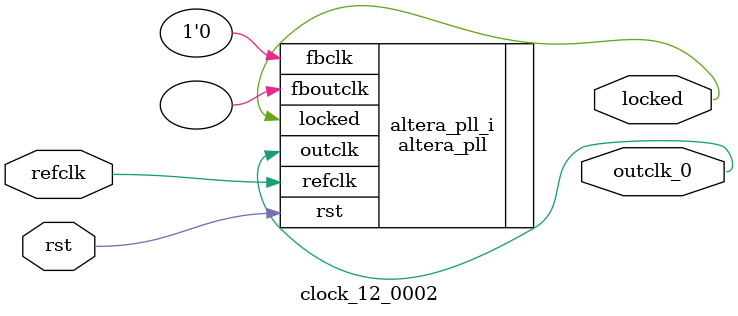
<source format=v>
`timescale 1ns/10ps
module  clock_12_0002(

	// interface 'refclk'
	input wire refclk,

	// interface 'reset'
	input wire rst,

	// interface 'outclk0'
	output wire outclk_0,

	// interface 'locked'
	output wire locked
);

	altera_pll #(
		.fractional_vco_multiplier("false"),
		.reference_clock_frequency("50.0 MHz"),
		.operation_mode("direct"),
		.number_of_clocks(1),
		.output_clock_frequency0("12.000000 MHz"),
		.phase_shift0("0 ps"),
		.duty_cycle0(50),
		.output_clock_frequency1("0 MHz"),
		.phase_shift1("0 ps"),
		.duty_cycle1(50),
		.output_clock_frequency2("0 MHz"),
		.phase_shift2("0 ps"),
		.duty_cycle2(50),
		.output_clock_frequency3("0 MHz"),
		.phase_shift3("0 ps"),
		.duty_cycle3(50),
		.output_clock_frequency4("0 MHz"),
		.phase_shift4("0 ps"),
		.duty_cycle4(50),
		.output_clock_frequency5("0 MHz"),
		.phase_shift5("0 ps"),
		.duty_cycle5(50),
		.output_clock_frequency6("0 MHz"),
		.phase_shift6("0 ps"),
		.duty_cycle6(50),
		.output_clock_frequency7("0 MHz"),
		.phase_shift7("0 ps"),
		.duty_cycle7(50),
		.output_clock_frequency8("0 MHz"),
		.phase_shift8("0 ps"),
		.duty_cycle8(50),
		.output_clock_frequency9("0 MHz"),
		.phase_shift9("0 ps"),
		.duty_cycle9(50),
		.output_clock_frequency10("0 MHz"),
		.phase_shift10("0 ps"),
		.duty_cycle10(50),
		.output_clock_frequency11("0 MHz"),
		.phase_shift11("0 ps"),
		.duty_cycle11(50),
		.output_clock_frequency12("0 MHz"),
		.phase_shift12("0 ps"),
		.duty_cycle12(50),
		.output_clock_frequency13("0 MHz"),
		.phase_shift13("0 ps"),
		.duty_cycle13(50),
		.output_clock_frequency14("0 MHz"),
		.phase_shift14("0 ps"),
		.duty_cycle14(50),
		.output_clock_frequency15("0 MHz"),
		.phase_shift15("0 ps"),
		.duty_cycle15(50),
		.output_clock_frequency16("0 MHz"),
		.phase_shift16("0 ps"),
		.duty_cycle16(50),
		.output_clock_frequency17("0 MHz"),
		.phase_shift17("0 ps"),
		.duty_cycle17(50),
		.pll_type("General"),
		.pll_subtype("General")
	) altera_pll_i (
		.rst	(rst),
		.outclk	({outclk_0}),
		.locked	(locked),
		.fboutclk	( ),
		.fbclk	(1'b0),
		.refclk	(refclk)
	);
endmodule


</source>
